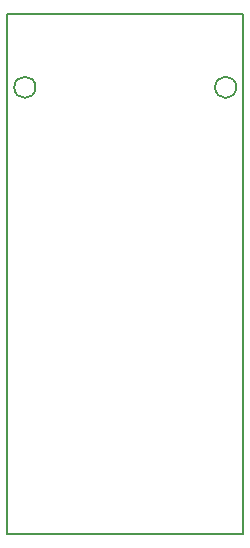
<source format=gbr>
%TF.GenerationSoftware,KiCad,Pcbnew,9.0.5*%
%TF.CreationDate,2025-10-06T23:19:50+02:00*%
%TF.ProjectId,usb-dmx,7573622d-646d-4782-9e6b-696361645f70,1.2*%
%TF.SameCoordinates,Original*%
%TF.FileFunction,Profile,NP*%
%FSLAX46Y46*%
G04 Gerber Fmt 4.6, Leading zero omitted, Abs format (unit mm)*
G04 Created by KiCad (PCBNEW 9.0.5) date 2025-10-06 23:19:50*
%MOMM*%
%LPD*%
G01*
G04 APERTURE LIST*
%TA.AperFunction,Profile*%
%ADD10C,0.200000*%
%TD*%
G04 APERTURE END LIST*
D10*
X109401388Y-49950000D02*
G75*
G02*
X107598612Y-49950000I-901388J0D01*
G01*
X107598612Y-49950000D02*
G75*
G02*
X109401388Y-49950000I901388J0D01*
G01*
X90000000Y-43750000D02*
X110000000Y-43750000D01*
X110000000Y-87750000D01*
X90000000Y-87750000D01*
X90000000Y-43750000D01*
X92401388Y-49950000D02*
G75*
G02*
X90598612Y-49950000I-901388J0D01*
G01*
X90598612Y-49950000D02*
G75*
G02*
X92401388Y-49950000I901388J0D01*
G01*
M02*

</source>
